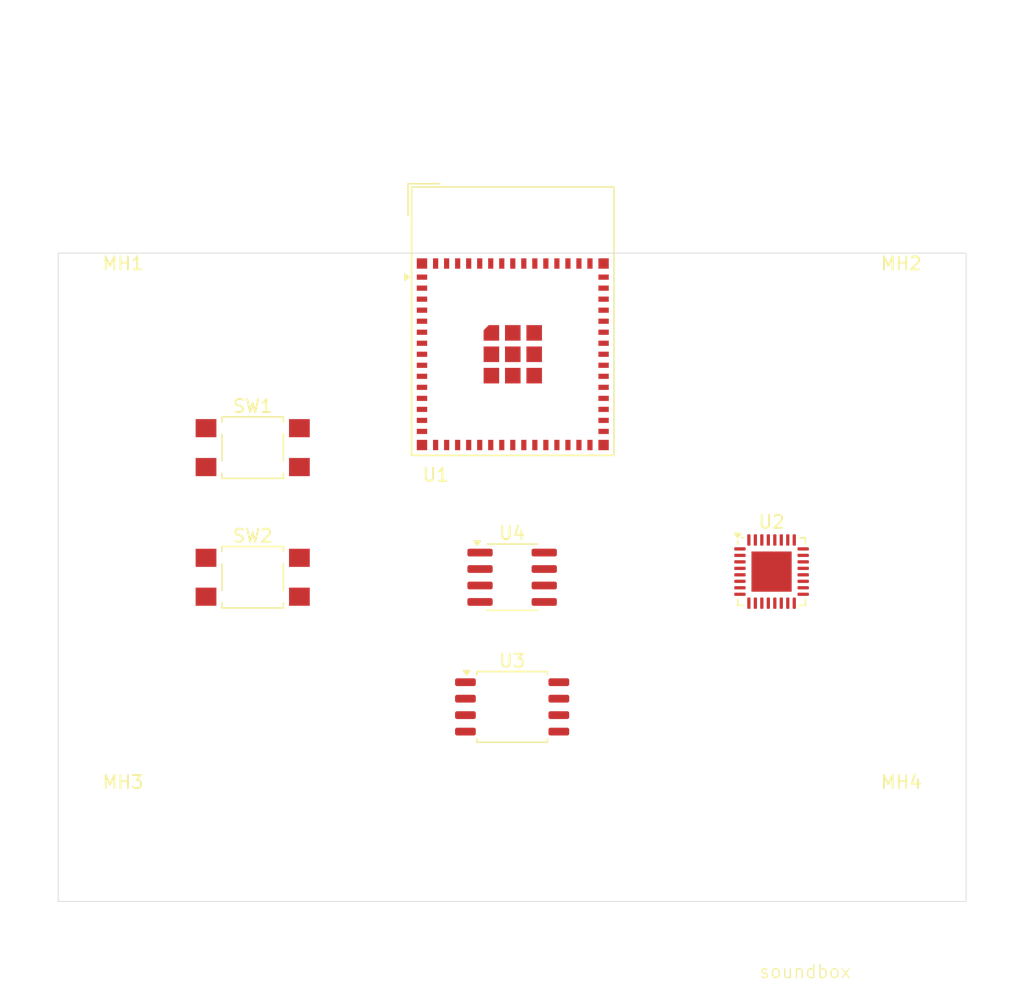
<source format=kicad_pcb>
(kicad_pcb (version 20240108) (generator "pcbnew") (generator_version "8.0")
  (title_block (title "soundbox"))
  (layers (0 "F.Cu" signal) (31 "B.Cu" signal) (34 "B.Paste" user) (35 "F.Paste" user) (36 "B.SilkS" user "B.Silkscreen") (37 "F.SilkS" user "F.Silkscreen") (38 "B.Mask" user) (39 "F.Mask" user) (44 "Edge.Cuts" user))
  (net 0 "")
  (net 5 "Net-(U1-GND-Pad1)")
  (net 48 "Net-(U2-PVDD-Pad21)")
  (net 52 "Net-(U2-PGND-Pad25)")
  (footprint "Button_Switch_SMD:SW_SPST_TL3305A" (layer "F.Cu") (at 125 95)
    (property "Reference" "SW2" (at 0 -3.2 0) (layer "F.SilkS"))
    (property "Value" "SW_Push")
    (fp_line (start -2.37 -2.37) (end -2.37 -1.97) (stroke (width 0.12)) (layer "F.SilkS"))
    (fp_line (start -2.37 -2.37) (end 2.37 -2.37) (stroke (width 0.12)) (layer "F.SilkS"))
    (fp_line (start -2.37 1.03) (end -2.37 -1.03) (stroke (width 0.12)) (layer "F.SilkS"))
    (fp_line (start -2.37 2.37) (end -2.37 1.97) (stroke (width 0.12)) (layer "F.SilkS"))
    (fp_line (start -2.37 2.37) (end 2.37 2.37) (stroke (width 0.12)) (layer "F.SilkS"))
    (fp_line (start 2.37 -2.37) (end 2.37 -1.97) (stroke (width 0.12)) (layer "F.SilkS"))
    (fp_line (start 2.37 1.03) (end 2.37 -1.03) (stroke (width 0.12)) (layer "F.SilkS"))
    (fp_line (start 2.37 2.37) (end 2.37 1.97) (stroke (width 0.12)) (layer "F.SilkS"))
    (pad "1" smd rect (at -3.6 -1.5) (size 1.6 1.4) (layers "F.Cu" "F.Paste" "F.Mask"))
    (pad "1" smd rect (at 3.6 -1.5) (size 1.6 1.4) (layers "F.Cu" "F.Paste" "F.Mask"))
    (pad "2" smd rect (at -3.6 1.5) (size 1.6 1.4) (layers "F.Cu" "F.Paste" "F.Mask"))
    (pad "2" smd rect (at 3.6 1.5) (size 1.6 1.4) (layers "F.Cu" "F.Paste" "F.Mask"))
  )
  (footprint "Package_SO:SOIC-8_3.9x4.9mm_P1.27mm" (layer "F.Cu") (at 145 95)
    (property "Reference" "U4" (at 0 -3.4 0) (layer "F.SilkS"))
    (property "Value" "25CSM04xxSN")
    (fp_line (start 0 -2.56) (end -1.95 -2.56) (stroke (width 0.12)) (layer "F.SilkS"))
    (fp_line (start 0 -2.56) (end 1.95 -2.56) (stroke (width 0.12)) (layer "F.SilkS"))
    (fp_line (start 0 2.56) (end -1.95 2.56) (stroke (width 0.12)) (layer "F.SilkS"))
    (fp_line (start 0 2.56) (end 1.95 2.56) (stroke (width 0.12)) (layer "F.SilkS"))
    (fp_poly (pts (xy -2.7 -2.465) (xy -2.94 -2.795) (xy -2.46 -2.795) (xy -2.7 -2.465)) (stroke (width 0.12)) (fill solid) (layer "F.SilkS"))
    (pad "1" smd roundrect (at -2.475 -1.905) (size 1.95 0.6) (layers "F.Cu" "F.Paste" "F.Mask"))
    (pad "2" smd roundrect (at -2.475 -0.635) (size 1.95 0.6) (layers "F.Cu" "F.Paste" "F.Mask"))
    (pad "3" smd roundrect (at -2.475 0.635) (size 1.95 0.6) (layers "F.Cu" "F.Paste" "F.Mask"))
    (pad "4" smd roundrect (at -2.475 1.905) (size 1.95 0.6) (layers "F.Cu" "F.Paste" "F.Mask"))
    (pad "5" smd roundrect (at 2.475 1.905) (size 1.95 0.6) (layers "F.Cu" "F.Paste" "F.Mask"))
    (pad "6" smd roundrect (at 2.475 0.635) (size 1.95 0.6) (layers "F.Cu" "F.Paste" "F.Mask"))
    (pad "7" smd roundrect (at 2.475 -0.635) (size 1.95 0.6) (layers "F.Cu" "F.Paste" "F.Mask"))
    (pad "8" smd roundrect (at 2.475 -1.905) (size 1.95 0.6) (layers "F.Cu" "F.Paste" "F.Mask"))
  )
  (footprint "MountingHole:MountingHole_3.2mm_M3" (layer "F.Cu") (at 115 115)
    (property "Reference" "MH3" (at 0 -4.2 0) (layer "F.SilkS"))
    (property "Value" "MountingHole_3.2mm_M3")
    (pad "" np_thru_hole circle (at 0 0) (size 3.2 3.2) (drill 3.2) (layers "*.Cu" "*.Mask"))
  )
  (footprint "RF_Module:ESP32-S2-MINI-1" (layer "F.Cu") (at 145.05 75.25)
    (property "Reference" "U1" (at -5.95 11.85 0) (layer "F.SilkS"))
    (property "Value" "ESP32-S3-MINI-1")
    (fp_line (start -8.075 -10.6) (end -8.075 -8.15) (stroke (width 0.12)) (layer "F.SilkS"))
    (fp_line (start -8.075 -10.6) (end -5.625 -10.6) (stroke (width 0.12)) (layer "F.SilkS"))
    (fp_line (start -7.8 -10.35) (end 7.8 -10.35) (stroke (width 0.12)) (layer "F.SilkS"))
    (fp_line (start -7.8 10.35) (end -7.8 -10.35) (stroke (width 0.12)) (layer "F.SilkS"))
    (fp_line (start 7.8 -10.35) (end 7.8 10.35) (stroke (width 0.12)) (layer "F.SilkS"))
    (fp_line (start 7.8 10.35) (end -7.8 10.35) (stroke (width 0.12)) (layer "F.SilkS"))
    (fp_poly (pts (xy -7.975 -3.4) (xy -8.311 -3.16) (xy -8.311 -3.64) (xy -7.975 -3.4)) (stroke (width 0.12)) (fill solid) (layer "F.SilkS"))
    (pad "1" smd rect (at -7 -3.4) (size 0.8 0.4) (layers "F.Cu" "F.Paste" "F.Mask") (net 5 "Net-(U1-GND-Pad1)"))
    (pad "2" smd rect (at -7 -2.55) (size 0.8 0.4) (layers "F.Cu" "F.Paste" "F.Mask") (net 5 "Net-(U1-GND-Pad1)"))
    (pad "3" smd rect (at -7 -1.7) (size 0.8 0.4) (layers "F.Cu" "F.Paste" "F.Mask"))
    (pad "4" smd rect (at -7 -0.85) (size 0.8 0.4) (layers "F.Cu" "F.Paste" "F.Mask"))
    (pad "5" smd rect (at -7 0) (size 0.8 0.4) (layers "F.Cu" "F.Paste" "F.Mask"))
    (pad "6" smd rect (at -7 0.85) (size 0.8 0.4) (layers "F.Cu" "F.Paste" "F.Mask"))
    (pad "7" smd rect (at -7 1.7) (size 0.8 0.4) (layers "F.Cu" "F.Paste" "F.Mask"))
    (pad "8" smd rect (at -7 2.55) (size 0.8 0.4) (layers "F.Cu" "F.Paste" "F.Mask"))
    (pad "9" smd rect (at -7 3.4) (size 0.8 0.4) (layers "F.Cu" "F.Paste" "F.Mask"))
    (pad "10" smd rect (at -7 4.25) (size 0.8 0.4) (layers "F.Cu" "F.Paste" "F.Mask"))
    (pad "11" smd rect (at -7 5.1) (size 0.8 0.4) (layers "F.Cu" "F.Paste" "F.Mask"))
    (pad "12" smd rect (at -7 5.95) (size 0.8 0.4) (layers "F.Cu" "F.Paste" "F.Mask"))
    (pad "13" smd rect (at -7 6.8) (size 0.8 0.4) (layers "F.Cu" "F.Paste" "F.Mask"))
    (pad "14" smd rect (at -7 7.65) (size 0.8 0.4) (layers "F.Cu" "F.Paste" "F.Mask"))
    (pad "15" smd rect (at -7 8.5) (size 0.8 0.4) (layers "F.Cu" "F.Paste" "F.Mask"))
    (pad "16" smd rect (at -5.95 9.55 90) (size 0.8 0.4) (layers "F.Cu" "F.Paste" "F.Mask"))
    (pad "17" smd rect (at -5.1 9.55 90) (size 0.8 0.4) (layers "F.Cu" "F.Paste" "F.Mask"))
    (pad "18" smd rect (at -4.25 9.55 90) (size 0.8 0.4) (layers "F.Cu" "F.Paste" "F.Mask"))
    (pad "19" smd rect (at -3.4 9.55 90) (size 0.8 0.4) (layers "F.Cu" "F.Paste" "F.Mask"))
    (pad "20" smd rect (at -2.55 9.55 90) (size 0.8 0.4) (layers "F.Cu" "F.Paste" "F.Mask"))
    (pad "21" smd rect (at -1.7 9.55 90) (size 0.8 0.4) (layers "F.Cu" "F.Paste" "F.Mask"))
    (pad "22" smd rect (at -0.85 9.55 90) (size 0.8 0.4) (layers "F.Cu" "F.Paste" "F.Mask"))
    (pad "23" smd rect (at 0 9.55 90) (size 0.8 0.4) (layers "F.Cu" "F.Paste" "F.Mask"))
    (pad "24" smd rect (at 0.85 9.55 90) (size 0.8 0.4) (layers "F.Cu" "F.Paste" "F.Mask"))
    (pad "25" smd rect (at 1.7 9.55 90) (size 0.8 0.4) (layers "F.Cu" "F.Paste" "F.Mask"))
    (pad "26" smd rect (at 2.55 9.55 90) (size 0.8 0.4) (layers "F.Cu" "F.Paste" "F.Mask"))
    (pad "27" smd rect (at 3.4 9.55 90) (size 0.8 0.4) (layers "F.Cu" "F.Paste" "F.Mask"))
    (pad "28" smd rect (at 4.25 9.55 90) (size 0.8 0.4) (layers "F.Cu" "F.Paste" "F.Mask"))
    (pad "29" smd rect (at 5.1 9.55 90) (size 0.8 0.4) (layers "F.Cu" "F.Paste" "F.Mask"))
    (pad "30" smd rect (at 5.95 9.55 90) (size 0.8 0.4) (layers "F.Cu" "F.Paste" "F.Mask"))
    (pad "31" smd rect (at 7 8.5) (size 0.8 0.4) (layers "F.Cu" "F.Paste" "F.Mask"))
    (pad "32" smd rect (at 7 7.65) (size 0.8 0.4) (layers "F.Cu" "F.Paste" "F.Mask"))
    (pad "33" smd rect (at 7 6.8) (size 0.8 0.4) (layers "F.Cu" "F.Paste" "F.Mask"))
    (pad "34" smd rect (at 7 5.95) (size 0.8 0.4) (layers "F.Cu" "F.Paste" "F.Mask"))
    (pad "35" smd rect (at 7 5.1) (size 0.8 0.4) (layers "F.Cu" "F.Paste" "F.Mask"))
    (pad "36" smd rect (at 7 4.25) (size 0.8 0.4) (layers "F.Cu" "F.Paste" "F.Mask"))
    (pad "37" smd rect (at 7 3.4) (size 0.8 0.4) (layers "F.Cu" "F.Paste" "F.Mask"))
    (pad "38" smd rect (at 7 2.55) (size 0.8 0.4) (layers "F.Cu" "F.Paste" "F.Mask"))
    (pad "39" smd rect (at 7 1.7) (size 0.8 0.4) (layers "F.Cu" "F.Paste" "F.Mask"))
    (pad "40" smd rect (at 7 0.85) (size 0.8 0.4) (layers "F.Cu" "F.Paste" "F.Mask"))
    (pad "41" smd rect (at 7 0) (size 0.8 0.4) (layers "F.Cu" "F.Paste" "F.Mask"))
    (pad "42" smd rect (at 7 -0.85) (size 0.8 0.4) (layers "F.Cu" "F.Paste" "F.Mask") (net 5 "Net-(U1-GND-Pad1)"))
    (pad "43" smd rect (at 7 -1.7) (size 0.8 0.4) (layers "F.Cu" "F.Paste" "F.Mask") (net 5 "Net-(U1-GND-Pad1)"))
    (pad "44" smd rect (at 7 -2.55) (size 0.8 0.4) (layers "F.Cu" "F.Paste" "F.Mask"))
    (pad "45" smd rect (at 7 -3.4) (size 0.8 0.4) (layers "F.Cu" "F.Paste" "F.Mask"))
    (pad "46" smd rect (at 5.95 -4.45 90) (size 0.8 0.4) (layers "F.Cu" "F.Paste" "F.Mask") (net 5 "Net-(U1-GND-Pad1)"))
    (pad "47" smd rect (at 5.1 -4.45 90) (size 0.8 0.4) (layers "F.Cu" "F.Paste" "F.Mask") (net 5 "Net-(U1-GND-Pad1)"))
    (pad "48" smd rect (at 4.25 -4.45 90) (size 0.8 0.4) (layers "F.Cu" "F.Paste" "F.Mask") (net 5 "Net-(U1-GND-Pad1)"))
    (pad "49" smd rect (at 3.4 -4.45 90) (size 0.8 0.4) (layers "F.Cu" "F.Paste" "F.Mask") (net 5 "Net-(U1-GND-Pad1)"))
    (pad "50" smd rect (at 2.55 -4.45 90) (size 0.8 0.4) (layers "F.Cu" "F.Paste" "F.Mask") (net 5 "Net-(U1-GND-Pad1)"))
    (pad "51" smd rect (at 1.7 -4.45 90) (size 0.8 0.4) (layers "F.Cu" "F.Paste" "F.Mask") (net 5 "Net-(U1-GND-Pad1)"))
    (pad "52" smd rect (at 0.85 -4.45 90) (size 0.8 0.4) (layers "F.Cu" "F.Paste" "F.Mask") (net 5 "Net-(U1-GND-Pad1)"))
    (pad "53" smd rect (at 0 -4.45 90) (size 0.8 0.4) (layers "F.Cu" "F.Paste" "F.Mask") (net 5 "Net-(U1-GND-Pad1)"))
    (pad "54" smd rect (at -0.85 -4.45 90) (size 0.8 0.4) (layers "F.Cu" "F.Paste" "F.Mask") (net 5 "Net-(U1-GND-Pad1)"))
    (pad "55" smd rect (at -1.7 -4.45 90) (size 0.8 0.4) (layers "F.Cu" "F.Paste" "F.Mask") (net 5 "Net-(U1-GND-Pad1)"))
    (pad "56" smd rect (at -2.55 -4.45 90) (size 0.8 0.4) (layers "F.Cu" "F.Paste" "F.Mask") (net 5 "Net-(U1-GND-Pad1)"))
    (pad "57" smd rect (at -3.4 -4.45 90) (size 0.8 0.4) (layers "F.Cu" "F.Paste" "F.Mask") (net 5 "Net-(U1-GND-Pad1)"))
    (pad "58" smd rect (at -4.25 -4.45 90) (size 0.8 0.4) (layers "F.Cu" "F.Paste" "F.Mask") (net 5 "Net-(U1-GND-Pad1)"))
    (pad "59" smd rect (at -5.1 -4.45 90) (size 0.8 0.4) (layers "F.Cu" "F.Paste" "F.Mask") (net 5 "Net-(U1-GND-Pad1)"))
    (pad "60" smd rect (at -5.95 -4.45 90) (size 0.8 0.4) (layers "F.Cu" "F.Paste" "F.Mask") (net 5 "Net-(U1-GND-Pad1)"))
    (pad "61" smd roundrect (at -1.65 0.9) (size 1.2 1.2) (layers "F.Cu" "F.Paste" "F.Mask") (roundrect_rratio 0) (chamfer_ratio 0.33) (chamfer top_left) (net 5 "Net-(U1-GND-Pad1)"))
    (pad "61" smd rect (at -1.65 2.55) (size 1.2 1.2) (layers "F.Cu" "F.Paste" "F.Mask") (net 5 "Net-(U1-GND-Pad1)"))
    (pad "61" smd rect (at -1.65 4.2) (size 1.2 1.2) (layers "F.Cu" "F.Paste" "F.Mask") (net 5 "Net-(U1-GND-Pad1)"))
    (pad "61" smd rect (at 0 0.9) (size 1.2 1.2) (layers "F.Cu" "F.Paste" "F.Mask") (net 5 "Net-(U1-GND-Pad1)"))
    (pad "61" smd rect (at 0 2.55) (size 1.2 1.2) (layers "F.Cu" "F.Paste" "F.Mask") (net 5 "Net-(U1-GND-Pad1)"))
    (pad "61" smd rect (at 0 4.2) (size 1.2 1.2) (layers "F.Cu" "F.Paste" "F.Mask") (net 5 "Net-(U1-GND-Pad1)"))
    (pad "61" smd rect (at 1.65 0.9) (size 1.2 1.2) (layers "F.Cu" "F.Paste" "F.Mask") (net 5 "Net-(U1-GND-Pad1)"))
    (pad "61" smd rect (at 1.65 2.55) (size 1.2 1.2) (layers "F.Cu" "F.Paste" "F.Mask") (net 5 "Net-(U1-GND-Pad1)"))
    (pad "61" smd rect (at 1.65 4.2) (size 1.2 1.2) (layers "F.Cu" "F.Paste" "F.Mask") (net 5 "Net-(U1-GND-Pad1)"))
    (pad "62" smd rect (at -7 -4.45) (size 0.8 0.8) (layers "F.Cu" "F.Paste" "F.Mask") (net 5 "Net-(U1-GND-Pad1)"))
    (pad "63" smd rect (at -7 9.55) (size 0.8 0.8) (layers "F.Cu" "F.Paste" "F.Mask") (net 5 "Net-(U1-GND-Pad1)"))
    (pad "64" smd rect (at 7 9.55) (size 0.8 0.8) (layers "F.Cu" "F.Paste" "F.Mask") (net 5 "Net-(U1-GND-Pad1)"))
    (pad "65" smd rect (at 7 -4.45) (size 0.8 0.8) (layers "F.Cu" "F.Paste" "F.Mask") (net 5 "Net-(U1-GND-Pad1)"))
  )
  (footprint "MountingHole:MountingHole_3.2mm_M3" (layer "F.Cu") (at 115 75)
    (property "Reference" "MH1" (at 0 -4.2 0) (layer "F.SilkS"))
    (property "Value" "MountingHole_3.2mm_M3")
    (pad "" np_thru_hole circle (at 0 0) (size 3.2 3.2) (drill 3.2) (layers "*.Cu" "*.Mask"))
  )
  (footprint "MountingHole:MountingHole_3.2mm_M3" (layer "F.Cu") (at 175 115)
    (property "Reference" "MH4" (at 0 -4.2 0) (layer "F.SilkS"))
    (property "Value" "MountingHole_3.2mm_M3")
    (pad "" np_thru_hole circle (at 0 0) (size 3.2 3.2) (drill 3.2) (layers "*.Cu" "*.Mask"))
  )
  (footprint "Button_Switch_SMD:SW_SPST_TL3305A" (layer "F.Cu") (at 125 85)
    (property "Reference" "SW1" (at 0 -3.2 0) (layer "F.SilkS"))
    (property "Value" "SW_Push")
    (fp_line (start -2.37 -2.37) (end -2.37 -1.97) (stroke (width 0.12)) (layer "F.SilkS"))
    (fp_line (start -2.37 -2.37) (end 2.37 -2.37) (stroke (width 0.12)) (layer "F.SilkS"))
    (fp_line (start -2.37 1.03) (end -2.37 -1.03) (stroke (width 0.12)) (layer "F.SilkS"))
    (fp_line (start -2.37 2.37) (end -2.37 1.97) (stroke (width 0.12)) (layer "F.SilkS"))
    (fp_line (start -2.37 2.37) (end 2.37 2.37) (stroke (width 0.12)) (layer "F.SilkS"))
    (fp_line (start 2.37 -2.37) (end 2.37 -1.97) (stroke (width 0.12)) (layer "F.SilkS"))
    (fp_line (start 2.37 1.03) (end 2.37 -1.03) (stroke (width 0.12)) (layer "F.SilkS"))
    (fp_line (start 2.37 2.37) (end 2.37 1.97) (stroke (width 0.12)) (layer "F.SilkS"))
    (pad "1" smd rect (at -3.6 -1.5) (size 1.6 1.4) (layers "F.Cu" "F.Paste" "F.Mask"))
    (pad "1" smd rect (at 3.6 -1.5) (size 1.6 1.4) (layers "F.Cu" "F.Paste" "F.Mask"))
    (pad "2" smd rect (at -3.6 1.5) (size 1.6 1.4) (layers "F.Cu" "F.Paste" "F.Mask"))
    (pad "2" smd rect (at 3.6 1.5) (size 1.6 1.4) (layers "F.Cu" "F.Paste" "F.Mask"))
  )
  (footprint "Package_DFN_QFN:VQFN-32-1EP_5x5mm_P0.5mm_EP3.1x3.1mm" (layer "F.Cu") (at 165 94.5625)
    (property "Reference" "U2" (at 0 -3.83 0) (layer "F.SilkS"))
    (property "Value" "TAS5825MRHB")
    (fp_line (start -2.61 -2.135) (end -2.61 -2.37) (stroke (width 0.12)) (layer "F.SilkS"))
    (fp_line (start -2.61 2.61) (end -2.61 2.135) (stroke (width 0.12)) (layer "F.SilkS"))
    (fp_line (start -2.135 -2.61) (end -2.31 -2.61) (stroke (width 0.12)) (layer "F.SilkS"))
    (fp_line (start -2.135 2.61) (end -2.61 2.61) (stroke (width 0.12)) (layer "F.SilkS"))
    (fp_line (start 2.135 -2.61) (end 2.61 -2.61) (stroke (width 0.12)) (layer "F.SilkS"))
    (fp_line (start 2.135 2.61) (end 2.61 2.61) (stroke (width 0.12)) (layer "F.SilkS"))
    (fp_line (start 2.61 -2.61) (end 2.61 -2.135) (stroke (width 0.12)) (layer "F.SilkS"))
    (fp_line (start 2.61 2.61) (end 2.61 2.135) (stroke (width 0.12)) (layer "F.SilkS"))
    (fp_poly (pts (xy -2.61 -2.61) (xy -2.85 -2.94) (xy -2.37 -2.94) (xy -2.61 -2.61)) (stroke (width 0.12)) (fill solid) (layer "F.SilkS"))
    (pad "1" smd roundrect (at -2.4375 -1.75) (size 0.875 0.25) (layers "F.Cu" "F.Paste" "F.Mask"))
    (pad "2" smd roundrect (at -2.4375 -1.25) (size 0.875 0.25) (layers "F.Cu" "F.Paste" "F.Mask"))
    (pad "3" smd roundrect (at -2.4375 -0.75) (size 0.875 0.25) (layers "F.Cu" "F.Paste" "F.Mask") (net 48 "Net-(U2-PVDD-Pad21)"))
    (pad "4" smd roundrect (at -2.4375 -0.25) (size 0.875 0.25) (layers "F.Cu" "F.Paste" "F.Mask") (net 48 "Net-(U2-PVDD-Pad21)"))
    (pad "5" smd roundrect (at -2.4375 0.25) (size 0.875 0.25) (layers "F.Cu" "F.Paste" "F.Mask"))
    (pad "6" smd roundrect (at -2.4375 0.75) (size 0.875 0.25) (layers "F.Cu" "F.Paste" "F.Mask"))
    (pad "7" smd roundrect (at -2.4375 1.25) (size 0.875 0.25) (layers "F.Cu" "F.Paste" "F.Mask"))
    (pad "8" smd roundrect (at -2.4375 1.75) (size 0.875 0.25) (layers "F.Cu" "F.Paste" "F.Mask"))
    (pad "9" smd roundrect (at -1.75 2.4375) (size 0.25 0.875) (layers "F.Cu" "F.Paste" "F.Mask"))
    (pad "10" smd roundrect (at -1.25 2.4375) (size 0.25 0.875) (layers "F.Cu" "F.Paste" "F.Mask"))
    (pad "11" smd roundrect (at -0.75 2.4375) (size 0.25 0.875) (layers "F.Cu" "F.Paste" "F.Mask"))
    (pad "12" smd roundrect (at -0.25 2.4375) (size 0.25 0.875) (layers "F.Cu" "F.Paste" "F.Mask"))
    (pad "13" smd roundrect (at 0.25 2.4375) (size 0.25 0.875) (layers "F.Cu" "F.Paste" "F.Mask"))
    (pad "14" smd roundrect (at 0.75 2.4375) (size 0.25 0.875) (layers "F.Cu" "F.Paste" "F.Mask"))
    (pad "15" smd roundrect (at 1.25 2.4375) (size 0.25 0.875) (layers "F.Cu" "F.Paste" "F.Mask"))
    (pad "16" smd roundrect (at 1.75 2.4375) (size 0.25 0.875) (layers "F.Cu" "F.Paste" "F.Mask"))
    (pad "17" smd roundrect (at 2.4375 1.75) (size 0.875 0.25) (layers "F.Cu" "F.Paste" "F.Mask"))
    (pad "18" smd roundrect (at 2.4375 1.25) (size 0.875 0.25) (layers "F.Cu" "F.Paste" "F.Mask"))
    (pad "19" smd roundrect (at 2.4375 0.75) (size 0.875 0.25) (layers "F.Cu" "F.Paste" "F.Mask"))
    (pad "20" smd roundrect (at 2.4375 0.25) (size 0.875 0.25) (layers "F.Cu" "F.Paste" "F.Mask"))
    (pad "21" smd roundrect (at 2.4375 -0.25) (size 0.875 0.25) (layers "F.Cu" "F.Paste" "F.Mask") (net 48 "Net-(U2-PVDD-Pad21)"))
    (pad "22" smd roundrect (at 2.4375 -0.75) (size 0.875 0.25) (layers "F.Cu" "F.Paste" "F.Mask") (net 48 "Net-(U2-PVDD-Pad21)"))
    (pad "23" smd roundrect (at 2.4375 -1.25) (size 0.875 0.25) (layers "F.Cu" "F.Paste" "F.Mask"))
    (pad "24" smd roundrect (at 2.4375 -1.75) (size 0.875 0.25) (layers "F.Cu" "F.Paste" "F.Mask"))
    (pad "25" smd roundrect (at 1.75 -2.4375) (size 0.25 0.875) (layers "F.Cu" "F.Paste" "F.Mask") (net 52 "Net-(U2-PGND-Pad25)"))
    (pad "26" smd roundrect (at 1.25 -2.4375) (size 0.25 0.875) (layers "F.Cu" "F.Paste" "F.Mask") (net 52 "Net-(U2-PGND-Pad25)"))
    (pad "27" smd roundrect (at 0.75 -2.4375) (size 0.25 0.875) (layers "F.Cu" "F.Paste" "F.Mask"))
    (pad "28" smd roundrect (at 0.25 -2.4375) (size 0.25 0.875) (layers "F.Cu" "F.Paste" "F.Mask"))
    (pad "29" smd roundrect (at -0.25 -2.4375) (size 0.25 0.875) (layers "F.Cu" "F.Paste" "F.Mask"))
    (pad "30" smd roundrect (at -0.75 -2.4375) (size 0.25 0.875) (layers "F.Cu" "F.Paste" "F.Mask"))
    (pad "31" smd roundrect (at -1.25 -2.4375) (size 0.25 0.875) (layers "F.Cu" "F.Paste" "F.Mask") (net 52 "Net-(U2-PGND-Pad25)"))
    (pad "32" smd roundrect (at -1.75 -2.4375) (size 0.25 0.875) (layers "F.Cu" "F.Paste" "F.Mask") (net 52 "Net-(U2-PGND-Pad25)"))
    (pad "33" smd rect (at 0 0) (size 3.1 3.1) (property pad_prop_heatsink) (layers "F.Cu" "F.Mask"))
  )
  (footprint "MountingHole:MountingHole_3.2mm_M3" (layer "F.Cu") (at 175 75)
    (property "Reference" "MH2" (at 0 -4.2 0) (layer "F.SilkS"))
    (property "Value" "MountingHole_3.2mm_M3")
    (pad "" np_thru_hole circle (at 0 0) (size 3.2 3.2) (drill 3.2) (layers "*.Cu" "*.Mask"))
  )
  (footprint "Package_SO:SOIC-8_5.23x5.23mm_P1.27mm" (layer "F.Cu") (at 145 105)
    (property "Reference" "U3" (at 0 -3.56 0) (layer "F.SilkS"))
    (property "Value" "W25Q32JVSS")
    (fp_line (start -2.725 -2.725) (end -2.725 -2.465) (stroke (width 0.12)) (layer "F.SilkS"))
    (fp_line (start -2.725 2.725) (end -2.725 2.465) (stroke (width 0.12)) (layer "F.SilkS"))
    (fp_line (start 0 -2.725) (end -2.725 -2.725) (stroke (width 0.12)) (layer "F.SilkS"))
    (fp_line (start 0 -2.725) (end 2.725 -2.725) (stroke (width 0.12)) (layer "F.SilkS"))
    (fp_line (start 0 2.725) (end -2.725 2.725) (stroke (width 0.12)) (layer "F.SilkS"))
    (fp_line (start 0 2.725) (end 2.725 2.725) (stroke (width 0.12)) (layer "F.SilkS"))
    (fp_line (start 2.725 -2.725) (end 2.725 -2.465) (stroke (width 0.12)) (layer "F.SilkS"))
    (fp_line (start 2.725 2.725) (end 2.725 2.465) (stroke (width 0.12)) (layer "F.SilkS"))
    (fp_poly (pts (xy -3.5075 -2.465) (xy -3.7475 -2.795) (xy -3.2675 -2.795) (xy -3.5075 -2.465)) (stroke (width 0.12)) (fill solid) (layer "F.SilkS"))
    (pad "1" smd roundrect (at -3.6 -1.905) (size 1.6 0.6) (layers "F.Cu" "F.Paste" "F.Mask"))
    (pad "2" smd roundrect (at -3.6 -0.635) (size 1.6 0.6) (layers "F.Cu" "F.Paste" "F.Mask"))
    (pad "3" smd roundrect (at -3.6 0.635) (size 1.6 0.6) (layers "F.Cu" "F.Paste" "F.Mask"))
    (pad "4" smd roundrect (at -3.6 1.905) (size 1.6 0.6) (layers "F.Cu" "F.Paste" "F.Mask"))
    (pad "5" smd roundrect (at 3.6 1.905) (size 1.6 0.6) (layers "F.Cu" "F.Paste" "F.Mask"))
    (pad "6" smd roundrect (at 3.6 0.635) (size 1.6 0.6) (layers "F.Cu" "F.Paste" "F.Mask"))
    (pad "7" smd roundrect (at 3.6 -0.635) (size 1.6 0.6) (layers "F.Cu" "F.Paste" "F.Mask"))
    (pad "8" smd roundrect (at 3.6 -1.905) (size 1.6 0.6) (layers "F.Cu" "F.Paste" "F.Mask"))
  )
  (gr_rect (start 110 70) (end 180 120) (stroke (width 0.05)) (fill none) (layer "Edge.Cuts"))
  (gr_text "soundbox" (at 164 126 0) (layer "F.SilkS") (effects (font (size 1 1) (thickness 0.1)) (justify left bottom)))
)
</source>
